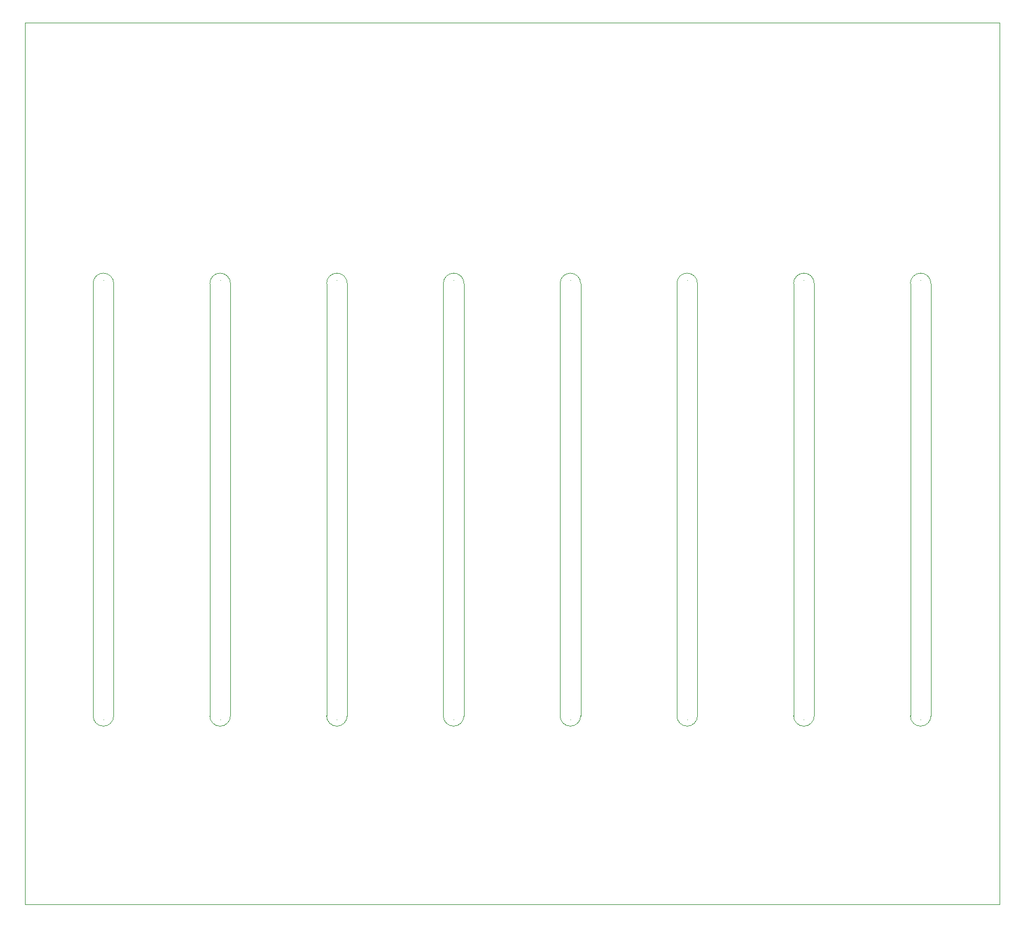
<source format=gm1>
%TF.GenerationSoftware,KiCad,Pcbnew,7.0.8*%
%TF.CreationDate,2024-02-26T10:42:40-05:00*%
%TF.ProjectId,lichen-freddie-panel,6c696368-656e-42d6-9672-65646469652d,1.0*%
%TF.SameCoordinates,Original*%
%TF.FileFunction,Profile,NP*%
%FSLAX46Y46*%
G04 Gerber Fmt 4.6, Leading zero omitted, Abs format (unit mm)*
G04 Created by KiCad (PCBNEW 7.0.8) date 2024-02-26 10:42:40*
%MOMM*%
%LPD*%
G01*
G04 APERTURE LIST*
%TA.AperFunction,Profile*%
%ADD10C,0.100000*%
%TD*%
G04 APERTURE END LIST*
D10*
X100000000Y-100000000D02*
X241900000Y-100000000D01*
X241900000Y-228500000D01*
X100000000Y-228500000D01*
X100000000Y-100000000D01*
%TO.C,SLIDER_3*%
X143950000Y-201008000D02*
X143950000Y-138008000D01*
X145450000Y-136508000D02*
X145450000Y-136508000D01*
X145450000Y-137508000D02*
X145450000Y-137508000D01*
X145450000Y-201508000D02*
X145450000Y-201508000D01*
X145450000Y-202508000D02*
X145450000Y-202508000D01*
X146950000Y-138008000D02*
X146950000Y-201008000D01*
X145450000Y-136508000D02*
G75*
G03*
X143950000Y-138008000I0J-1500000D01*
G01*
X146950000Y-138008000D02*
G75*
G03*
X145450000Y-136508000I-1500001J-1D01*
G01*
X143950000Y-201008000D02*
G75*
G03*
X145450000Y-202508000I1500000J0D01*
G01*
X145450000Y-202508000D02*
G75*
G03*
X146950000Y-201008000I-1J1500001D01*
G01*
%TO.C,SLIDER_4*%
X160950000Y-201008000D02*
X160950000Y-138008000D01*
X162450000Y-136508000D02*
X162450000Y-136508000D01*
X162450000Y-137508000D02*
X162450000Y-137508000D01*
X162450000Y-201508000D02*
X162450000Y-201508000D01*
X162450000Y-202508000D02*
X162450000Y-202508000D01*
X163950000Y-138008000D02*
X163950000Y-201008000D01*
X162450000Y-136508000D02*
G75*
G03*
X160950000Y-138008000I0J-1500000D01*
G01*
X163950000Y-138008000D02*
G75*
G03*
X162450000Y-136508000I-1500001J-1D01*
G01*
X160950000Y-201008000D02*
G75*
G03*
X162450000Y-202508000I1500000J0D01*
G01*
X162450000Y-202508000D02*
G75*
G03*
X163950000Y-201008000I-1J1500001D01*
G01*
%TO.C,SLIDER_1*%
X177950000Y-201008000D02*
X177950000Y-138008000D01*
X179450000Y-136508000D02*
X179450000Y-136508000D01*
X179450000Y-137508000D02*
X179450000Y-137508000D01*
X179450000Y-201508000D02*
X179450000Y-201508000D01*
X179450000Y-202508000D02*
X179450000Y-202508000D01*
X180950000Y-138008000D02*
X180950000Y-201008000D01*
X179450000Y-136508000D02*
G75*
G03*
X177950000Y-138008000I0J-1500000D01*
G01*
X180950000Y-138008000D02*
G75*
G03*
X179450000Y-136508000I-1500001J-1D01*
G01*
X177950000Y-201008000D02*
G75*
G03*
X179450000Y-202508000I1500000J0D01*
G01*
X179450000Y-202508000D02*
G75*
G03*
X180950000Y-201008000I-1J1500001D01*
G01*
%TO.C,SLIDER_4*%
X228950000Y-201008000D02*
X228950000Y-138008000D01*
X230450000Y-136508000D02*
X230450000Y-136508000D01*
X230450000Y-137508000D02*
X230450000Y-137508000D01*
X230450000Y-201508000D02*
X230450000Y-201508000D01*
X230450000Y-202508000D02*
X230450000Y-202508000D01*
X231950000Y-138008000D02*
X231950000Y-201008000D01*
X230450000Y-136508000D02*
G75*
G03*
X228950000Y-138008000I0J-1500000D01*
G01*
X231950000Y-138008000D02*
G75*
G03*
X230450000Y-136508000I-1500001J-1D01*
G01*
X228950000Y-201008000D02*
G75*
G03*
X230450000Y-202508000I1500000J0D01*
G01*
X230450000Y-202508000D02*
G75*
G03*
X231950000Y-201008000I-1J1500001D01*
G01*
%TO.C,SLIDER_3*%
X211950000Y-201008000D02*
X211950000Y-138008000D01*
X213450000Y-136508000D02*
X213450000Y-136508000D01*
X213450000Y-137508000D02*
X213450000Y-137508000D01*
X213450000Y-201508000D02*
X213450000Y-201508000D01*
X213450000Y-202508000D02*
X213450000Y-202508000D01*
X214950000Y-138008000D02*
X214950000Y-201008000D01*
X213450000Y-136508000D02*
G75*
G03*
X211950000Y-138008000I0J-1500000D01*
G01*
X214950000Y-138008000D02*
G75*
G03*
X213450000Y-136508000I-1500001J-1D01*
G01*
X211950000Y-201008000D02*
G75*
G03*
X213450000Y-202508000I1500000J0D01*
G01*
X213450000Y-202508000D02*
G75*
G03*
X214950000Y-201008000I-1J1500001D01*
G01*
%TO.C,SLIDER_2*%
X194950000Y-201008000D02*
X194950000Y-138008000D01*
X196450000Y-136508000D02*
X196450000Y-136508000D01*
X196450000Y-137508000D02*
X196450000Y-137508000D01*
X196450000Y-201508000D02*
X196450000Y-201508000D01*
X196450000Y-202508000D02*
X196450000Y-202508000D01*
X197950000Y-138008000D02*
X197950000Y-201008000D01*
X196450000Y-136508000D02*
G75*
G03*
X194950000Y-138008000I0J-1500000D01*
G01*
X197950000Y-138008000D02*
G75*
G03*
X196450000Y-136508000I-1500001J-1D01*
G01*
X194950000Y-201008000D02*
G75*
G03*
X196450000Y-202508000I1500000J0D01*
G01*
X196450000Y-202508000D02*
G75*
G03*
X197950000Y-201008000I-1J1500001D01*
G01*
X126950000Y-201008000D02*
X126950000Y-138008000D01*
X128450000Y-136508000D02*
X128450000Y-136508000D01*
X128450000Y-137508000D02*
X128450000Y-137508000D01*
X128450000Y-201508000D02*
X128450000Y-201508000D01*
X128450000Y-202508000D02*
X128450000Y-202508000D01*
X129950000Y-138008000D02*
X129950000Y-201008000D01*
X128450000Y-136508000D02*
G75*
G03*
X126950000Y-138008000I0J-1500000D01*
G01*
X129950000Y-138008000D02*
G75*
G03*
X128450000Y-136508000I-1500001J-1D01*
G01*
X126950000Y-201008000D02*
G75*
G03*
X128450000Y-202508000I1500000J0D01*
G01*
X128450000Y-202508000D02*
G75*
G03*
X129950000Y-201008000I-1J1500001D01*
G01*
%TO.C,SLIDER_1*%
X109950000Y-201008000D02*
X109950000Y-138008000D01*
X111450000Y-136508000D02*
X111450000Y-136508000D01*
X111450000Y-137508000D02*
X111450000Y-137508000D01*
X111450000Y-201508000D02*
X111450000Y-201508000D01*
X111450000Y-202508000D02*
X111450000Y-202508000D01*
X112950000Y-138008000D02*
X112950000Y-201008000D01*
X111450000Y-136508000D02*
G75*
G03*
X109950000Y-138008000I0J-1500000D01*
G01*
X112950000Y-138008000D02*
G75*
G03*
X111450000Y-136508000I-1500001J-1D01*
G01*
X109950000Y-201008000D02*
G75*
G03*
X111450000Y-202508000I1500000J0D01*
G01*
X111450000Y-202508000D02*
G75*
G03*
X112950000Y-201008000I-1J1500001D01*
G01*
%TD*%
M02*

</source>
